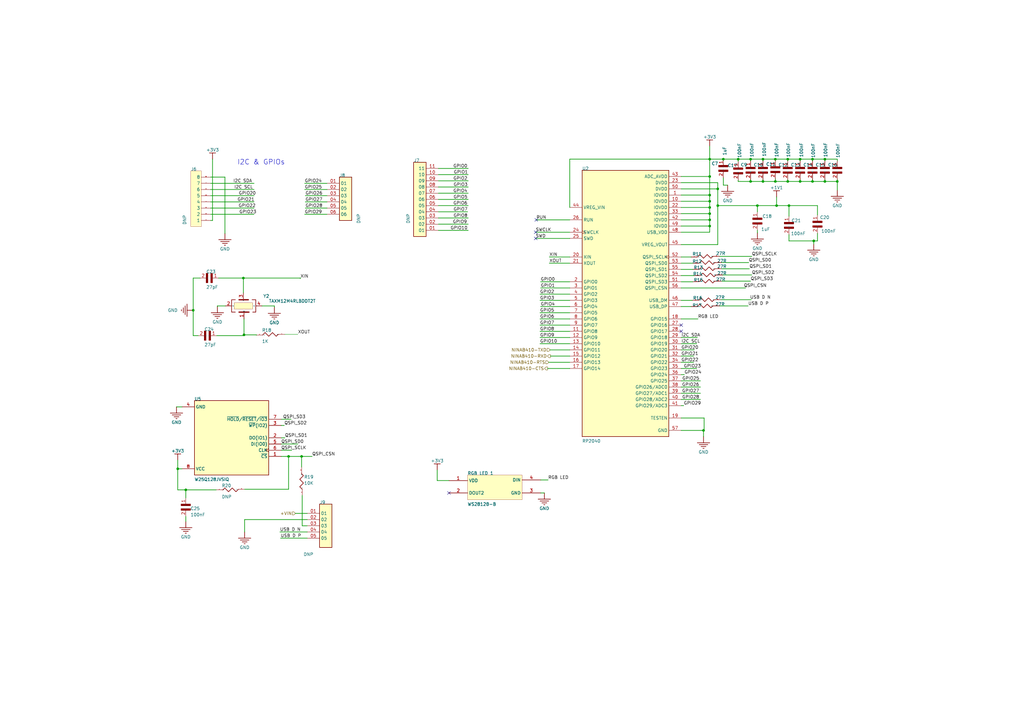
<source format=kicad_sch>
(kicad_sch (version 20230819) (generator eeschema)
  (paper "A3")
  (lib_symbols
    (symbol "RP2040-altium-import:+1V1" (power)
      (property "Reference" "#PWR" (at 0 0 0))
      (property "Value" "+1V1" (at 0 3.81 0))
      (symbol "+1V1_0_0"
        (pin power_in line (at 0 0 0) (length 0) hide (name "+1V1") (number ""))
      )
    )
    (symbol "RP2040-altium-import:+3V3" (power)
      (property "Reference" "#PWR" (at 0 0 0))
      (property "Value" "+3V3" (at 0 3.81 0))
      (symbol "+3V3_0_0"
        (pin power_in line (at 0 0 0) (length 0) hide (name "+3V3") (number ""))
      )
    )
    (symbol "RP2040-altium-import:GND" (power)
      (property "Reference" "#PWR" (at 0 0 0))
      (property "Value" "GND" (at 0 6.35 0))
      (symbol "GND_0_0"
        (pin power_in line (at 0 0 0) (length 0) hide (name "GND") (number ""))
      )
    )
    (symbol "RP2040-altium-import:root_0_1K"
      (symbol "root_0_1K_1_0"
        (pin passive line (at 1.778 4.826 0) (length 2.54) (name "1") (number "1"))
        (pin passive line (at 13.462 5.08 180) (length 2.54) (name "2") (number "2"))
      )
    )
    (symbol "RP2040-altium-import:root_0_90120-0768"
      (symbol "root_0_90120-0768_1_0"
        (pin passive line (at 62.484 30.48 180) (length 3.81) (name "1") (number "1"))
        (pin passive line (at 62.484 33.02 180) (length 3.81) (name "2") (number "2"))
        (pin passive line (at 62.484 35.56 180) (length 3.81) (name "3") (number "3"))
        (pin passive line (at 62.484 38.1 180) (length 3.81) (name "4") (number "4"))
        (pin passive line (at 62.484 40.64 180) (length 3.81) (name "5") (number "5"))
        (pin passive line (at 62.484 43.18 180) (length 3.81) (name "6") (number "6"))
        (pin passive line (at 62.484 45.72 180) (length 3.81) (name "7") (number "7"))
        (pin passive line (at 62.484 48.26 180) (length 3.81) (name "8") (number "8"))
      )
    )
    (symbol "RP2040-altium-import:root_0_C0402C220K4RACTU"
      (symbol "root_0_C0402C220K4RACTU_1_0"
        (pin passive line (at 5.08 0 180) (length 2.54) (name "1") (number "1"))
        (pin passive line (at -2.54 0 0) (length 2.54) (name "2") (number "2"))
      )
    )
    (symbol "RP2040-altium-import:root_0_Crystal_SMD_3225 _12.000MHz"
      (symbol "root_0_Crystal_SMD_3225 _12.000MHz_1_0"
        (pin passive line (at 11.684 1.016 90) (length 2.54) (name "XOUT") (number "1"))
        (pin passive line (at 4.064 6.35 0) (length 2.54) (name "GND") (number "2"))
        (pin passive line (at 11.43 11.684 270) (length 2.54) (name "XIN") (number "3"))
        (pin passive line (at 19.05 6.35 180) (length 2.54) (name "GND") (number "4"))
      )
    )
    (symbol "RP2040-altium-import:root_0_HTSW-106-14-S-S-LL"
      (symbol "root_0_HTSW-106-14-S-S-LL_1_0"
        (pin passive line (at -12.7 7.62 0) (length 5.08) (name "01") (number "01"))
        (pin passive line (at -12.7 5.08 0) (length 5.08) (name "02") (number "02"))
        (pin passive line (at -12.7 2.54 0) (length 5.08) (name "03") (number "03"))
        (pin passive line (at -12.7 0 0) (length 5.08) (name "04") (number "04"))
        (pin passive line (at -12.7 -2.54 0) (length 5.08) (name "05") (number "05"))
        (pin passive line (at -12.7 -5.08 0) (length 5.08) (name "06") (number "06"))
      )
    )
    (symbol "RP2040-altium-import:root_0_RP2040"
      (symbol "root_0_RP2040_1_0"
        (pin power_in line (at 22.86 38.1 180) (length 5.08) (name "IOVDD") (number "1"))
        (pin power_in line (at 22.86 35.56 180) (length 5.08) (name "IOVDD") (number "10"))
        (pin bidirectional line (at -22.86 -17.78 0) (length 5.08) (name "GPIO8") (number "11"))
        (pin bidirectional line (at -22.86 -20.32 0) (length 5.08) (name "GPIO9") (number "12"))
        (pin bidirectional line (at -22.86 -22.86 0) (length 5.08) (name "GPIO10") (number "13"))
        (pin input line (at -22.86 -25.4 0) (length 5.08) (name "GPIO11") (number "14"))
        (pin output line (at -22.86 -27.94 0) (length 5.08) (name "GPIO12") (number "15"))
        (pin input line (at -22.86 -30.48 0) (length 5.08) (name "GPIO13") (number "16"))
        (pin output line (at -22.86 -33.02 0) (length 5.08) (name "GPIO14") (number "17"))
        (pin output line (at 22.86 -12.7 180) (length 5.08) (name "GPIO15") (number "18"))
        (pin passive line (at 22.86 -53.34 180) (length 5.08) (name "TESTEN") (number "19"))
        (pin bidirectional line (at -22.86 2.54 0) (length 5.08) (name "GPIO0") (number "2"))
        (pin input line (at -22.86 12.7 0) (length 5.08) (name "XIN") (number "20"))
        (pin output line (at -22.86 10.16 0) (length 5.08) (name "XOUT") (number "21"))
        (pin power_in line (at 22.86 33.02 180) (length 5.08) (name "IOVDD") (number "22"))
        (pin power_in line (at 22.86 43.18 180) (length 5.08) (name "DVDD") (number "23"))
        (pin input clock (at -22.86 22.86 0) (length 5.08) (name "SWCLK") (number "24"))
        (pin bidirectional line (at -22.86 20.32 0) (length 5.08) (name "SWD") (number "25"))
        (pin input line (at -22.86 27.94 0) (length 5.08) (name "RUN") (number "26"))
        (pin output line (at 22.86 -15.24 180) (length 5.08) (name "GPIO16") (number "27"))
        (pin output line (at 22.86 -17.78 180) (length 5.08) (name "GPIO17") (number "28"))
        (pin bidirectional line (at 22.86 -20.32 180) (length 5.08) (name "GPIO18") (number "29"))
        (pin bidirectional line (at -22.86 0 0) (length 5.08) (name "GPIO1") (number "3"))
        (pin bidirectional line (at 22.86 -22.86 180) (length 5.08) (name "GPIO19") (number "30"))
        (pin bidirectional line (at 22.86 -25.4 180) (length 5.08) (name "GPIO20") (number "31"))
        (pin bidirectional line (at 22.86 -27.94 180) (length 5.08) (name "GPIO21") (number "32"))
        (pin power_in line (at 22.86 30.48 180) (length 5.08) (name "IOVDD") (number "33"))
        (pin bidirectional line (at 22.86 -30.48 180) (length 5.08) (name "GPIO22") (number "34"))
        (pin bidirectional line (at 22.86 -33.02 180) (length 5.08) (name "GPIO23") (number "35"))
        (pin bidirectional line (at 22.86 -35.56 180) (length 5.08) (name "GPIO24") (number "36"))
        (pin bidirectional line (at 22.86 -38.1 180) (length 5.08) (name "GPIO25") (number "37"))
        (pin bidirectional line (at 22.86 -40.64 180) (length 5.08) (name "GPIO26/ADC0") (number "38"))
        (pin bidirectional line (at 22.86 -43.18 180) (length 5.08) (name "GPIO27/ADC1") (number "39"))
        (pin bidirectional line (at -22.86 -2.54 0) (length 5.08) (name "GPIO2") (number "4"))
        (pin bidirectional line (at 22.86 -45.72 180) (length 5.08) (name "GPIO28/ADC2") (number "40"))
        (pin bidirectional line (at 22.86 -48.26 180) (length 5.08) (name "GPIO29/ADC3") (number "41"))
        (pin power_in line (at 22.86 27.94 180) (length 5.08) (name "IOVDD") (number "42"))
        (pin power_in line (at 22.86 45.72 180) (length 5.08) (name "ADC_AVDD") (number "43"))
        (pin input line (at -22.86 33.02 0) (length 5.08) (name "VREG_VIN") (number "44"))
        (pin power_in line (at 22.86 17.78 180) (length 5.08) (name "VREG_VOUT") (number "45"))
        (pin bidirectional line (at 22.86 -5.08 180) (length 5.08) (name "USB_DM") (number "46"))
        (pin bidirectional line (at 22.86 -7.62 180) (length 5.08) (name "USB_DP") (number "47"))
        (pin power_in line (at 22.86 22.86 180) (length 5.08) (name "USB_VDD") (number "48"))
        (pin power_in line (at 22.86 25.4 180) (length 5.08) (name "IOVDD") (number "49"))
        (pin bidirectional line (at -22.86 -5.08 0) (length 5.08) (name "GPIO3") (number "5"))
        (pin power_in line (at 22.86 40.64 180) (length 5.08) (name "DVDD") (number "50"))
        (pin bidirectional line (at 22.86 2.54 180) (length 5.08) (name "QSPI_SD3") (number "51"))
        (pin bidirectional clock (at 22.86 12.7 180) (length 5.08) (name "QSPI_SCLK") (number "52"))
        (pin bidirectional line (at 22.86 10.16 180) (length 5.08) (name "QSPI_SD0") (number "53"))
        (pin bidirectional line (at 22.86 5.08 180) (length 5.08) (name "QSPI_SD2") (number "54"))
        (pin bidirectional line (at 22.86 7.62 180) (length 5.08) (name "QSPI_SD1") (number "55"))
        (pin bidirectional line (at 22.86 0 180) (length 5.08) (name "QSPI_CSN") (number "56"))
        (pin passive line (at 22.86 -58.42 180) (length 5.08) (name "GND") (number "57"))
        (pin bidirectional line (at -22.86 -7.62 0) (length 5.08) (name "GPIO4") (number "6"))
        (pin bidirectional line (at -22.86 -10.16 0) (length 5.08) (name "GPIO5") (number "7"))
        (pin bidirectional line (at -22.86 -12.7 0) (length 5.08) (name "GPIO6") (number "8"))
        (pin bidirectional line (at -22.86 -15.24 0) (length 5.08) (name "GPIO7") (number "9"))
      )
    )
    (symbol "RP2040-altium-import:root_0_TSM-105-02-T-SV"
      (symbol "root_0_TSM-105-02-T-SV_1_0"
        (pin passive line (at -10.16 5.08 0) (length 5.08) (name "01") (number "01"))
        (pin passive line (at -10.16 2.54 0) (length 5.08) (name "02") (number "02"))
        (pin passive line (at -10.16 0 0) (length 5.08) (name "03") (number "03"))
        (pin passive line (at -10.16 -2.54 0) (length 5.08) (name "04") (number "04"))
        (pin passive line (at -10.16 -5.08 0) (length 5.08) (name "05") (number "05"))
      )
    )
    (symbol "RP2040-altium-import:root_0_WS28128-B"
      (symbol "root_0_WS28128-B_1_0"
        (pin passive line (at 5.08 11.43 0) (length 7.62) (name "VDD") (number "1"))
        (pin output line (at 5.08 6.35 0) (length 7.62) (name "DOUT2") (number "2"))
        (pin passive line (at 42.672 6.35 180) (length 7.62) (name "GND") (number "3"))
        (pin input line (at 42.672 11.684 180) (length 7.62) (name "DIN") (number "4"))
      )
    )
    (symbol "RP2040-altium-import:root_1_1K"
      (symbol "root_1_1K_1_0"
        (pin passive line (at -4.826 1.778 90) (length 2.54) (name "1") (number "1"))
        (pin passive line (at -5.08 13.462 270) (length 2.54) (name "2") (number "2"))
      )
    )
    (symbol "RP2040-altium-import:root_1_C0402C220K4RACTU"
      (symbol "root_1_C0402C220K4RACTU_1_0"
        (pin passive line (at 0 5.08 270) (length 2.54) (name "1") (number "1"))
        (pin passive line (at 0 -2.54 90) (length 2.54) (name "2") (number "2"))
      )
    )
    (symbol "RP2040-altium-import:root_2_1K"
      (symbol "root_2_1K_1_0"
        (pin passive line (at -1.778 -4.826 180) (length 2.54) (name "1") (number "1"))
        (pin passive line (at -13.462 -5.08 0) (length 2.54) (name "2") (number "2"))
      )
    )
    (symbol "RP2040-altium-import:root_2_MTLW-111-08-G-S-355"
      (symbol "root_2_MTLW-111-08-G-S-355_1_0"
        (pin passive line (at 12.7 -12.7 180) (length 5.08) (name "01") (number "01"))
        (pin passive line (at 12.7 -10.16 180) (length 5.08) (name "02") (number "02"))
        (pin passive line (at 12.7 -7.62 180) (length 5.08) (name "03") (number "03"))
        (pin passive line (at 12.7 -5.08 180) (length 5.08) (name "04") (number "04"))
        (pin passive line (at 12.7 -2.54 180) (length 5.08) (name "05") (number "05"))
        (pin passive line (at 12.7 0 180) (length 5.08) (name "06") (number "06"))
        (pin passive line (at 12.7 2.54 180) (length 5.08) (name "07") (number "07"))
        (pin passive line (at 12.7 5.08 180) (length 5.08) (name "08") (number "08"))
        (pin passive line (at 12.7 7.62 180) (length 5.08) (name "09") (number "09"))
        (pin passive line (at 12.7 10.16 180) (length 5.08) (name "10") (number "10"))
        (pin passive line (at 12.7 12.7 180) (length 5.08) (name "11") (number "11"))
      )
    )
    (symbol "RP2040-altium-import:root_2_W25Q128JVSIM_TR"
      (symbol "root_2_W25Q128JVSIM_TR_1_0"
        (pin input line (at 20.32 -7.62 180) (length 5.08) (name "~{CS~{}}") (number "1"))
        (pin bidirectional line (at 20.32 0 180) (length 5.08) (name "DO(IO1)") (number "2"))
        (pin bidirectional line (at 20.32 5.08 180) (length 5.08) (name "~{WP~{}}(IO2)") (number "3"))
        (pin passive line (at -20.32 12.7 0) (length 5.08) (name "GND") (number "4"))
        (pin bidirectional line (at 20.32 -2.54 180) (length 5.08) (name "DI(IO0)") (number "5"))
        (pin input clock (at 20.32 -5.08 180) (length 5.08) (name "CLK") (number "6"))
        (pin bidirectional line (at 20.32 7.62 180) (length 5.08) (name "~{HOLD~{}}/~{RESET}/~{IO3}") (number "7"))
        (pin power_in line (at -20.32 -12.7 0) (length 5.08) (name "VCC") (number "8"))
      )
    )
  )
  (junction (at 294.386 77.47))
  (junction (at 307.848 65.278))
  (junction (at 307.848 74.422))
  (junction (at 312.928 74.422))
  (junction (at 338.328 74.422))
  (junction (at 123.698 187.198))
  (junction (at 72.898 192.278))
  (junction (at 318.008 65.278))
  (junction (at 291.084 80.01))
  (junction (at 291.084 65.278))
  (junction (at 310.642 84.328))
  (junction (at 333.248 74.422))
  (junction (at 79.248 127.254))
  (junction (at 291.084 87.63))
  (junction (at 76.2 200.914))
  (junction (at 291.084 90.17))
  (junction (at 328.168 74.422))
  (junction (at 318.008 74.422))
  (junction (at 323.088 74.422))
  (junction (at 333.756 98.806))
  (junction (at 323.596 84.328))
  (junction (at 291.084 72.39))
  (junction (at 99.822 114.046))
  (junction (at 343.408 74.422))
  (junction (at 296.672 65.278))
  (junction (at 318.516 84.328))
  (junction (at 118.364 187.198))
  (junction (at 100.076 137.3339))
  (junction (at 291.084 82.55))
  (junction (at 294.386 84.328))
  (junction (at 291.084 92.71))
  (junction (at 312.928 65.278))
  (junction (at 338.328 65.278))
  (junction (at 323.088 65.278))
  (junction (at 333.248 65.278))
  (junction (at 288.544 176.53))
  (junction (at 328.168 65.278))
  (junction (at 302.768 65.278))
  (junction (at 291.084 85.09))
  (no_connect (at 184.15 202.184))
  (no_connect (at 219.964 90.17))
  (no_connect (at 279.4 135.89))
  (no_connect (at 219.71 95.25))
  (no_connect (at 219.71 97.79))
  (no_connect (at 279.4 133.35))
  (wire (pts (xy 279.4 87.63) (xy 291.084 87.63)) (stroke (width 0.254)))
  (wire (pts (xy 104.19 85.344) (xy 86.41 85.344)) (stroke (width 0.254)))
  (wire (pts (xy 279.4 90.17) (xy 291.084 90.17)) (stroke (width 0.254)))
  (wire (pts (xy 307.848 74.422) (xy 307.848 73.66)) (stroke (width 0.254)))
  (wire (pts (xy 79.248 114.046) (xy 79.248 127.254)) (stroke (width 0.254)))
  (wire (pts (xy 280.67 153.67) (xy 279.4 153.67)) (stroke (width 0.254)))
  (wire (pts (xy 279.4 110.49) (xy 284.226 110.49)) (stroke (width 0.254)))
  (wire (pts (xy 82.042 114.046) (xy 79.248 114.046)) (stroke (width 0.254)))
  (wire (pts (xy 179.832 86.868) (xy 191.77 86.868)) (stroke (width 0.254)))
  (wire (pts (xy 179.324 197.104) (xy 184.15 197.104)) (stroke (width 0.254)))
  (wire (pts (xy 288.544 176.53) (xy 288.798 176.53)) (stroke (width 0.254)))
  (wire (pts (xy 333.756 98.806) (xy 335.28 98.806)) (stroke (width 0.254)))
  (wire (pts (xy 307.848 66.04) (xy 307.848 65.278)) (stroke (width 0.254)))
  (wire (pts (xy 221.488 120.65) (xy 233.68 120.65)) (stroke (width 0.254)))
  (wire (pts (xy 288.544 179.07) (xy 288.544 176.53)) (stroke (width 0.254)))
  (wire (pts (xy 333.248 74.422) (xy 338.328 74.422)) (stroke (width 0.254)))
  (wire (pts (xy 302.768 74.422) (xy 307.848 74.422)) (stroke (width 0.254)))
  (wire (pts (xy 323.596 88.646) (xy 323.596 84.328)) (stroke (width 0.254)))
  (wire (pts (xy 291.084 80.01) (xy 291.084 72.39)) (stroke (width 0.254)))
  (wire (pts (xy 221.742 118.11) (xy 233.68 118.11)) (stroke (width 0.254)))
  (wire (pts (xy 307.848 74.422) (xy 312.928 74.422)) (stroke (width 0.254)))
  (wire (pts (xy 333.248 65.278) (xy 328.168 65.278)) (stroke (width 0.254)))
  (wire (pts (xy 328.168 74.422) (xy 323.088 74.422)) (stroke (width 0.254)))
  (wire (pts (xy 305.816 118.11) (xy 279.4 118.11)) (stroke (width 0.254)))
  (wire (pts (xy 335.28 98.806) (xy 335.28 95.758)) (stroke (width 0.254)))
  (wire (pts (xy 72.898 192.278) (xy 74.676 192.278)) (stroke (width 0.254)))
  (wire (pts (xy 323.596 98.806) (xy 323.596 96.266)) (stroke (width 0.254)))
  (wire (pts (xy 288.798 171.45) (xy 279.4 171.45)) (stroke (width 0.254)))
  (wire (pts (xy 104.19 82.804) (xy 86.41 82.804)) (stroke (width 0.254)))
  (wire (pts (xy 221.742 125.73) (xy 233.68 125.73)) (stroke (width 0.254)))
  (wire (pts (xy 99.822 114.046) (xy 99.822 120.142)) (stroke (width 0.254)))
  (wire (pts (xy 221.488 133.35) (xy 233.68 133.35)) (stroke (width 0.254)))
  (wire (pts (xy 179.832 71.628) (xy 192.024 71.628)) (stroke (width 0.254)))
  (wire (pts (xy 279.4 125.73) (xy 283.464 125.73)) (stroke (width 0.254)))
  (wire (pts (xy 116.84 137.16) (xy 122.174 137.16)))
  (wire (pts (xy 221.742 115.57) (xy 233.68 115.57)) (stroke (width 0.254)))
  (wire (pts (xy 87.172 65.278) (xy 87.172 90.424)) (stroke (width 0.254)))
  (wire (pts (xy 294.386 74.93) (xy 294.386 77.47)) (stroke (width 0.254)))
  (wire (pts (xy 116.586 174.498) (xy 115.316 174.498)) (stroke (width 0.254)))
  (wire (pts (xy 233.68 65.278) (xy 291.084 65.278)) (stroke (width 0.254)))
  (wire (pts (xy 333.248 65.278) (xy 338.328 65.278)) (stroke (width 0.254)))
  (wire (pts (xy 221.488 128.27) (xy 233.68 128.27)) (stroke (width 0.254)))
  (wire (pts (xy 296.672 72.898) (xy 296.672 75.946)) (stroke (width 0.254)))
  (wire (pts (xy 286.258 130.81) (xy 279.4 130.81)) (stroke (width 0.254)))
  (wire (pts (xy 291.084 95.25) (xy 291.084 92.71)) (stroke (width 0.254)))
  (wire (pts (xy 291.084 87.63) (xy 291.084 85.09)) (stroke (width 0.254)))
  (wire (pts (xy 287.274 158.75) (xy 279.4 158.75)) (stroke (width 0.254)))
  (wire (pts (xy 76.2 204.216) (xy 76.2 200.914)) (stroke (width 0.254)))
  (wire (pts (xy 124.968 75.184) (xy 134.112 75.184)) (stroke (width 0.254)))
  (wire (pts (xy 318.008 74.422) (xy 318.008 73.406)) (stroke (width 0.254)))
  (wire (pts (xy 125.984 215.646) (xy 123.952 215.646)) (stroke (width 0.254)))
  (wire (pts (xy 112.522 125.984) (xy 112.522 125.476)) (stroke (width 0.254)))
  (wire (pts (xy 307.34 110.236) (xy 295.91 110.236)) (stroke (width 0.254)))
  (wire (pts (xy 312.928 74.422) (xy 318.008 74.422)) (stroke (width 0.254)))
  (wire (pts (xy 221.488 130.81) (xy 233.68 130.81)) (stroke (width 0.254)))
  (wire (pts (xy 233.68 97.79) (xy 219.71 97.79)) (stroke (width 0.254)))
  (wire (pts (xy 221.488 123.19) (xy 233.68 123.19)) (stroke (width 0.254)))
  (wire (pts (xy 115.062 220.726) (xy 125.984 220.726)) (stroke (width 0.254)))
  (wire (pts (xy 343.408 74.422) (xy 338.328 74.422)) (stroke (width 0.254)))
  (wire (pts (xy 287.274 156.21) (xy 279.4 156.21)) (stroke (width 0.254)))
  (wire (pts (xy 328.168 65.278) (xy 328.168 66.04)) (stroke (width 0.254)))
  (wire (pts (xy 123.952 215.646) (xy 123.952 203.2)) (stroke (width 0.254)))
  (wire (pts (xy 318.516 84.328) (xy 310.642 84.328)) (stroke (width 0.254)))
  (wire (pts (xy 312.928 74.422) (xy 312.928 73.66)) (stroke (width 0.254)))
  (wire (pts (xy 343.408 65.278) (xy 343.408 66.04)) (stroke (width 0.254)))
  (wire (pts (xy 179.324 192.786) (xy 179.324 197.104)) (stroke (width 0.254)))
  (wire (pts (xy 318.516 80.772) (xy 318.516 84.328)) (stroke (width 0.254)))
  (wire (pts (xy 122.174 182.118) (xy 115.316 182.118)) (stroke (width 0.254)))
  (wire (pts (xy 333.756 98.806) (xy 333.756 100.076)) (stroke (width 0.254)))
  (wire (pts (xy 308.356 112.776) (xy 296.418 112.776)) (stroke (width 0.254)))
  (wire (pts (xy 233.68 143.51) (xy 225.643 143.51)) (stroke (width 0.254)))
  (wire (pts (xy 291.084 92.71) (xy 291.084 90.17)) (stroke (width 0.254)))
  (wire (pts (xy 338.328 66.04) (xy 338.328 65.278)) (stroke (width 0.254)))
  (wire (pts (xy 224.79 196.85) (xy 221.742 196.85)) (stroke (width 0.254)))
  (wire (pts (xy 312.928 66.04) (xy 312.928 65.278)) (stroke (width 0.254)))
  (wire (pts (xy 92.252 72.644) (xy 92.252 95.758)) (stroke (width 0.254)))
  (wire (pts (xy 284.48 146.05) (xy 279.4 146.05)) (stroke (width 0.254)))
  (wire (pts (xy 179.832 79.248) (xy 192.024 79.248)) (stroke (width 0.254)))
  (wire (pts (xy 76.2 200.914) (xy 88.646 200.914)) (stroke (width 0.254)))
  (wire (pts (xy 333.756 98.806) (xy 323.596 98.806)) (stroke (width 0.254)))
  (wire (pts (xy 104.19 75.184) (xy 86.41 75.184)) (stroke (width 0.254)))
  (wire (pts (xy 115.316 187.198) (xy 118.364 187.198)) (stroke (width 0.254)))
  (wire (pts (xy 291.084 82.55) (xy 291.084 80.01)) (stroke (width 0.254)))
  (wire (pts (xy 179.832 89.408) (xy 192.024 89.408)) (stroke (width 0.254)))
  (wire (pts (xy 123.19 114.046) (xy 123.19 114.3)) (stroke (width 0.254)))
  (wire (pts (xy 179.832 81.788) (xy 192.024 81.788)) (stroke (width 0.254)))
  (wire (pts (xy 286.004 138.43) (xy 279.4 138.43)) (stroke (width 0.254)))
  (wire (pts (xy 112.522 125.476) (xy 107.442 125.476)) (stroke (width 0.254)))
  (wire (pts (xy 72.898 188.722) (xy 72.898 192.278)) (stroke (width 0.254)))
  (wire (pts (xy 291.084 90.17) (xy 291.084 87.63)) (stroke (width 0.254)))
  (wire (pts (xy 284.48 148.59) (xy 279.4 148.59)) (stroke (width 0.254)))
  (wire (pts (xy 323.596 84.328) (xy 335.28 84.328)) (stroke (width 0.254)))
  (wire (pts (xy 179.832 94.488) (xy 192.024 94.488)) (stroke (width 0.254)))
  (wire (pts (xy 118.364 200.66) (xy 100.33 200.66)) (stroke (width 0.254)))
  (wire (pts (xy 219.964 90.17) (xy 233.68 90.17)) (stroke (width 0.254)))
  (wire (pts (xy 343.408 74.422) (xy 343.408 73.66)) (stroke (width 0.254)))
  (wire (pts (xy 294.386 77.47) (xy 279.4 77.47)) (stroke (width 0.254)))
  (wire (pts (xy 287.274 163.83) (xy 279.4 163.83)) (stroke (width 0.254)))
  (wire (pts (xy 104.19 77.724) (xy 86.41 77.724)) (stroke (width 0.254)))
  (wire (pts (xy 306.832 125.476) (xy 295.148 125.476)) (stroke (width 0.254)))
  (wire (pts (xy 179.832 84.328) (xy 192.024 84.328)) (stroke (width 0.254)))
  (wire (pts (xy 279.4 74.93) (xy 294.386 74.93)) (stroke (width 0.254)))
  (wire (pts (xy 308.356 105.156) (xy 295.148 105.156)) (stroke (width 0.254)))
  (wire (pts (xy 100.076 137.3339) (xy 100.076 137.668)) (stroke (width 0.254)))
  (wire (pts (xy 310.642 86.868) (xy 310.642 84.328)) (stroke (width 0.254)))
  (wire (pts (xy 74.676 166.878) (xy 72.39 166.878)) (stroke (width 0.254)))
  (wire (pts (xy 296.672 75.946) (xy 298.45 75.946)) (stroke (width 0.254)))
  (wire (pts (xy 338.328 74.422) (xy 338.328 73.66)) (stroke (width 0.254)))
  (wire (pts (xy 279.4 72.39) (xy 291.084 72.39)) (stroke (width 0.254)))
  (wire (pts (xy 318.516 84.328) (xy 323.596 84.328)) (stroke (width 0.254)))
  (wire (pts (xy 225.298 105.41) (xy 233.68 105.41)) (stroke (width 0.254)))
  (wire (pts (xy 179.832 91.948) (xy 192.024 91.948)) (stroke (width 0.254)))
  (wire (pts (xy 285.75 151.13) (xy 279.4 151.13)) (stroke (width 0.254)))
  (wire (pts (xy 323.088 65.278) (xy 328.168 65.278)) (stroke (width 0.254)))
  (wire (pts (xy 279.4 107.95) (xy 284.226 107.95)) (stroke (width 0.254)))
  (wire (pts (xy 295.656 122.936) (xy 308.102 122.936)) (stroke (width 0.254)))
  (wire (pts (xy 291.084 85.09) (xy 279.4 85.09)) (stroke (width 0.254)))
  (wire (pts (xy 114.808 218.186) (xy 125.984 218.186)) (stroke (width 0.254)))
  (wire (pts (xy 92.456 125.476) (xy 89.154 125.476)) (stroke (width 0.254)))
  (wire (pts (xy 294.386 84.328) (xy 294.386 77.47)) (stroke (width 0.254)))
  (wire (pts (xy 328.168 74.422) (xy 328.168 73.66)) (stroke (width 0.254)))
  (wire (pts (xy 279.4 123.19) (xy 283.972 123.19)) (stroke (width 0.254)))
  (wire (pts (xy 302.768 73.914) (xy 302.768 74.422)) (stroke (width 0.254)))
  (wire (pts (xy 121.158 210.566) (xy 125.984 210.566)) (stroke (width 0.254)))
  (wire (pts (xy 302.768 65.278) (xy 302.768 66.294)) (stroke (width 0.254)))
  (wire (pts (xy 179.832 74.168) (xy 192.024 74.168)) (stroke (width 0.254)))
  (wire (pts (xy 307.848 115.316) (xy 295.91 115.316)) (stroke (width 0.254)))
  (wire (pts (xy 225.298 107.95) (xy 233.68 107.95)) (stroke (width 0.254)))
  (wire (pts (xy 100.076 130.81) (xy 100.076 137.3339)) (stroke (width 0.254)))
  (wire (pts (xy 123.698 187.198) (xy 128.016 187.198)) (stroke (width 0.254)))
  (wire (pts (xy 124.968 87.884) (xy 134.112 87.884)) (stroke (width 0.254)))
  (wire (pts (xy 328.168 74.422) (xy 333.248 74.422)) (stroke (width 0.254)))
  (wire (pts (xy 279.4 115.57) (xy 284.226 115.57)) (stroke (width 0.254)))
  (wire (pts (xy 105.156 137.3339) (xy 105.156 137.414)) (stroke (width 0.254)))
  (wire (pts (xy 179.832 76.708) (xy 192.024 76.708)) (stroke (width 0.254)))
  (wire (pts (xy 81.28 137.668) (xy 79.248 137.668)) (stroke (width 0.254)))
  (wire (pts (xy 279.4 105.41) (xy 283.464 105.41)) (stroke (width 0.254)))
  (wire (pts (xy 279.4 113.03) (xy 284.734 113.03)) (stroke (width 0.254)))
  (wire (pts (xy 125.222 80.264) (xy 134.112 80.264)) (stroke (width 0.254)))
  (wire (pts (xy 86.41 72.644) (xy 92.252 72.644)) (stroke (width 0.254)))
  (wire (pts (xy 291.084 80.01) (xy 279.4 80.01)) (stroke (width 0.254)))
  (wire (pts (xy 288.798 176.53) (xy 288.798 171.45)) (stroke (width 0.254)))
  (wire (pts (xy 279.4 176.53) (xy 288.544 176.53)) (stroke (width 0.254)))
  (wire (pts (xy 123.698 191.516) (xy 123.698 187.198)) (stroke (width 0.254)))
  (wire (pts (xy 72.898 200.914) (xy 72.898 192.278)) (stroke (width 0.254)))
  (wire (pts (xy 307.848 65.278) (xy 312.928 65.278)) (stroke (width 0.254)))
  (wire (pts (xy 291.084 65.278) (xy 296.672 65.278)) (stroke (width 0.254)))
  (wire (pts (xy 333.248 74.422) (xy 333.248 73.66)) (stroke (width 0.254)))
  (wire (pts (xy 233.68 95.25) (xy 219.71 95.25)) (stroke (width 0.254)))
  (wire (pts (xy 307.848 65.278) (xy 302.768 65.278)) (stroke (width 0.254)))
  (wire (pts (xy 310.642 84.328) (xy 294.386 84.328)) (stroke (width 0.254)))
  (wire (pts (xy 223.266 202.184) (xy 221.742 202.184)) (stroke (width 0.254)))
  (wire (pts (xy 280.416 166.37) (xy 279.4 166.37)) (stroke (width 0.254)))
  (wire (pts (xy 104.19 80.264) (xy 86.41 80.264)) (stroke (width 0.254)))
  (wire (pts (xy 88.9 137.668) (xy 100.076 137.668)) (stroke (width 0.254)))
  (wire (pts (xy 291.084 72.39) (xy 291.084 65.278)) (stroke (width 0.254)))
  (wire (pts (xy 115.316 179.578) (xy 116.84 179.578)) (stroke (width 0.254)))
  (wire (pts (xy 291.084 82.55) (xy 279.4 82.55)) (stroke (width 0.254)))
  (wire (pts (xy 291.084 85.09) (xy 291.084 82.55)) (stroke (width 0.254)))
  (wire (pts (xy 233.68 146.05) (xy 225.772 146.05)) (stroke (width 0.254)))
  (wire (pts (xy 323.088 66.04) (xy 323.088 65.278)) (stroke (width 0.254)))
  (wire (pts (xy 312.928 65.278) (xy 318.008 65.278)) (stroke (width 0.254)))
  (wire (pts (xy 125.222 82.804) (xy 134.112 82.804)) (stroke (width 0.254)))
  (wire (pts (xy 294.386 100.33) (xy 294.386 84.328)) (stroke (width 0.254)))
  (wire (pts (xy 287.274 161.29) (xy 279.4 161.29)) (stroke (width 0.254)))
  (wire (pts (xy 318.008 65.278) (xy 323.088 65.278)) (stroke (width 0.254)))
  (wire (pts (xy 100.076 137.3339) (xy 105.156 137.3339)) (stroke (width 0.254)))
  (wire (pts (xy 87.172 90.424) (xy 86.41 90.424)) (stroke (width 0.254)))
  (wire (pts (xy 79.248 137.668) (xy 79.248 127.254)) (stroke (width 0.254)))
  (wire (pts (xy 318.008 65.786) (xy 318.008 65.278)) (stroke (width 0.254)))
  (wire (pts (xy 119.38 171.958) (xy 115.316 171.958)) (stroke (width 0.254)))
  (wire (pts (xy 318.008 74.422) (xy 323.088 74.422)) (stroke (width 0.254)))
  (wire (pts (xy 279.4 95.25) (xy 291.084 95.25)) (stroke (width 0.254)))
  (wire (pts (xy 221.488 138.43) (xy 233.68 138.43)) (stroke (width 0.254)))
  (wire (pts (xy 284.734 143.51) (xy 279.4 143.51)) (stroke (width 0.254)))
  (wire (pts (xy 221.488 140.97) (xy 233.68 140.97)) (stroke (width 0.254)))
  (wire (pts (xy 285.75 140.97) (xy 279.4 140.97)) (stroke (width 0.254)))
  (wire (pts (xy 100.33 213.106) (xy 100.33 218.186)) (stroke (width 0.254)))
  (wire (pts (xy 179.832 69.088) (xy 192.024 69.088)) (stroke (width 0.254)))
  (wire (pts (xy 99.822 114.046) (xy 123.19 114.046)) (stroke (width 0.254)))
  (wire (pts (xy 291.084 65.278) (xy 291.084 59.944)) (stroke (width 0.254)))
  (wire (pts (xy 221.488 135.89) (xy 233.68 135.89)) (stroke (width 0.254)))
  (wire (pts (xy 125.222 85.344) (xy 134.112 85.344)) (stroke (width 0.254)))
  (wire (pts (xy 104.19 87.884) (xy 86.41 87.884)) (stroke (width 0.254)))
  (wire (pts (xy 279.4 100.33) (xy 294.386 100.33)) (stroke (width 0.254)))
  (wire (pts (xy 338.328 65.278) (xy 343.408 65.278)) (stroke (width 0.254)))
  (wire (pts (xy 335.28 84.328) (xy 335.28 88.138)) (stroke (width 0.254)))
  (wire (pts (xy 118.364 187.198) (xy 118.364 200.66)) (stroke (width 0.254)))
  (wire (pts (xy 124.968 77.724) (xy 134.112 77.724)) (stroke (width 0.254)))
  (wire (pts (xy 307.086 107.696) (xy 295.91 107.696)) (stroke (width 0.254)))
  (wire (pts (xy 333.248 66.04) (xy 333.248 65.278)) (stroke (width 0.254)))
  (wire (pts (xy 89.662 114.046) (xy 99.822 114.046)) (stroke (width 0.254)))
  (wire (pts (xy 125.984 213.106) (xy 100.33 213.106)) (stroke (width 0.254)))
  (wire (pts (xy 119.634 184.658) (xy 115.316 184.658)) (stroke (width 0.254)))
  (wire (pts (xy 279.4 92.71) (xy 291.084 92.71)) (stroke (width 0.254)))
  (wire (pts (xy 89.154 125.476) (xy 89.154 125.73)) (stroke (width 0.254)))
  (wire (pts (xy 118.364 187.198) (xy 123.698 187.198)) (stroke (width 0.254)))
  (wire (pts (xy 310.642 95.504) (xy 310.642 94.488)) (stroke (width 0.254)))
  (wire (pts (xy 296.672 65.278) (xy 302.768 65.278)) (stroke (width 0.254)))
  (wire (pts (xy 233.68 85.09) (xy 233.68 65.278)) (stroke (width 0.254)))
  (wire (pts (xy 76.2 211.836) (xy 76.2 213.868)) (stroke (width 0.254)))
  (wire (pts (xy 343.408 77.978) (xy 343.408 74.422)) (stroke (width 0.254)))
  (wire (pts (xy 76.2 200.914) (xy 72.898 200.914)) (stroke (width 0.254)))
  (wire (pts (xy 233.68 148.59) (xy 225.1 148.59)) (stroke (width 0.254)))
  (wire (pts (xy 224.592 151.13) (xy 233.68 151.13)) (stroke (width 0.254)))
  (wire (pts (xy 323.088 74.422) (xy 323.088 73.66)) (stroke (width 0.254)))
  (text "I2C & GPIOs" (at 97.332 67.818 0) (effects (font (size 2.032 2.032)) (justify left bottom)))
  (label "GPIO4" (at 221.742 125.73 0))
  (label "GPIO29" (at 124.968 87.884 0))
  (label "USB D P" (at 115.062 220.726 0))
  (label "GPIO8" (at 221.488 135.89 0))
  (label "I2C SCL" (at 279.4 140.97 0))
  (label "GPIO0" (at 221.742 115.57 0))
  (label "GPIO24" (at 280.67 153.67 0))
  (label "QSPI_SD1" (at 307.34 110.236 0))
  (label "XIN" (at 123.19 114.3 0))
  (label "SWD" (at 219.71 97.79 0))
  (label "RGB LED" (at 286.258 130.81 0))
  (label "GPIO0" (at 185.861 69.088 0))
  (label "RUN" (at 219.964 90.17 0))
  (label "SWCLK" (at 219.71 95.25 0))
  (label "QSPI_SCLK" (at 115.316 184.658 0))
  (label "GPIO5" (at 185.93 81.788 0))
  (label "GPIO2" (at 221.488 120.65 0))
  (label "GPIO26" (at 125.222 80.264 0))
  (label "QSPI_SD0" (at 115.316 182.118 0))
  (label "GPIO24" (at 124.968 75.184 0))
  (label "GPIO7" (at 185.928 86.868 0))
  (label "GPIO27" (at 125.222 82.804 0))
  (label "I2C SDA" (at 279.4 138.43 0))
  (label "GPIO3" (at 221.488 123.19 0))
  (label "USB D P" (at 306.832 125.476 0))
  (label "RGB LED" (at 224.79 196.85 0))
  (label "GPIO3" (at 185.969 76.708 0))
  (label "GPIO23" (at 280.416 151.13 0))
  (label "GPIO9" (at 185.674 91.948 0))
  (label "GPIO21" (at 97.332 82.804 0))
  (label "GPIO1" (at 186.059 71.628 0))
  (label "GPIO25" (at 124.968 77.724 0))
  (label "XOUT" (at 225.298 107.95 0))
  (label "I2C SDA" (at 95.614 75.184 0))
  (label "GPIO25" (at 279.779 156.21 0))
  (label "USB D N" (at 114.808 218.186 0))
  (label "QSPI_SD1" (at 116.84 179.578 0))
  (label "QSPI_SD2" (at 116.586 174.498 0))
  (label "GPIO2" (at 185.874 74.168 0))
  (label "" (at 78.994 122.936 0))
  (label "GPIO28" (at 279.76 163.83 0))
  (label "GPIO1" (at 221.742 118.11 0))
  (label "GPIO20" (at 97.882 80.264 0))
  (label "GPIO23" (at 98.094 87.884 0))
  (label "GPIO29" (at 280.416 166.37 0))
  (label "XIN" (at 225.298 105.41 0))
  (label "GPIO6" (at 221.488 130.81 0))
  (label "QSPI_SD0" (at 307.086 107.696 0))
  (label "GPIO10" (at 184.714 94.488 0))
  (label "GPIO6" (at 185.868 84.328 0))
  (label "XOUT" (at 122.174 137.16 0))
  (label "GPIO20" (at 279.4 143.51 0))
  (label "USB D N" (at 307.594 122.936 0))
  (label "I2C SCL" (at 96.019 77.724 0))
  (label "GPIO22" (at 97.79 85.344 0))
  (label "QSPI_SD2" (at 308.356 112.776 0))
  (label "GPIO7" (at 221.488 133.35 0))
  (label "GPIO21" (at 279.4 146.05 0))
  (label "GPIO28" (at 125.222 85.344 0))
  (label "GPIO4" (at 185.859 79.248 0))
  (label "GPIO22" (at 279.4 148.59 0))
  (label "GPIO10" (at 221.488 140.97 0))
  (label "GPIO26" (at 279.717 158.75 0))
  (label "GPIO5" (at 221.488 128.27 0))
  (label "" (at 121.158 210.566 0))
  (label "GPIO8" (at 185.928 89.408 0))
  (label "QSPI_CSN" (at 128.016 187.198 0))
  (label "QSPI_SD3" (at 116.078 171.958 0))
  (label "GPIO27" (at 279.73 161.29 0))
  (label "GPIO9" (at 221.488 138.43 0))
  (label "QSPI_CSN" (at 305.054 118.11 0))
  (label "QSPI_SD3" (at 307.848 115.316 0))
  (label "QSPI_SCLK" (at 308.356 105.156 0))
  (hierarchical_label "NINAB410-RXD" (shape output) (at 225.772 146.05 180))
  (hierarchical_label "NINAB410-RTS" (shape input) (at 225.1 148.59 180))
  (hierarchical_label "NINAB410-CTS" (shape output) (at 224.592 151.13 180))
  (hierarchical_label "+VIN" (shape input) (at 121.158 210.566 180))
  (hierarchical_label "NINAB410-TXD" (shape input) (at 225.643 143.51 180))
  (symbol (lib_id "RP2040-altium-import:GND") (at 333.756 100.076 0) (unit 1)
    (property "Reference" "#PWR?" (effects hide))
    (property "Value" "GND" (at 333.756 106.426 0))
    (instances (project "RP2040" (path "" (reference "#PWR?") (unit 1))) (project "Bluetooth_Anchor_Kicad" (path "" (reference "#PWR0114") (unit 1))))
  )
  (symbol (lib_id "RP2040-altium-import:root_0_RP2040") (at 256.54 118.11 0) (unit 1)
    (property "Reference" "U2" (at 238.76 69.85 0) (effects (justify left bottom)))
    (property "Value" "RP2040" (at 238.76 181.61 0) (effects (justify left bottom)))
    (property "Footprint" "QFN40P700X700X90-57N" (effects hide))
    (property "CHECK_PRICES" "https://www.snapeda.com/parts/RP2040/Raspberry+Pi/view-part/?ref=eda" (effects hide))
    (property "ALTIUM_VALUE" "*" (effects hide))
    (property "AVAILABILITY" "In Stock" (effects hide))
    (property "MP" "RP2040" (effects hide))
    (property "PRICE" "None" (effects hide))
    (property "PACKAGE" "None" (effects hide))
    (property "SNAPEDA_LINK" "https://www.snapeda.com/parts/RP2040/Raspberry+Pi/view-part/?ref=snap" (effects hide))
    (property "PURCHASE-URL" "https://pricing.snapeda.com/search/part/RP2040/?ref=eda" (effects hide))
    (property "MF" "Raspberry Pi" (effects hide))
  )
  (symbol (lib_id "RP2040-altium-import:root_0_1K") (at 281.686 110.236 0) (unit 1)
    (property "Reference" "R11" (at 283.972 104.902 0) (effects (justify left bottom)))
    (property "Value" "27R" (at 293.624 104.648 0) (effects (justify left bottom)))
    (property "Footprint" "Res_0402" (effects hide))
  )
  (symbol (lib_id "RP2040-altium-import:root_1_C0402C220K4RACTU") (at 310.642 91.948 0) (unit 1)
    (property "Reference" "C18" (at 312.674 89.408 0) (effects (justify left bottom)))
    (property "Value" "1uF" (at 312.166 94.742 0) (effects (justify left bottom)))
    (property "Footprint" "C_0402" (effects hide))
    (property "MP" "C0402C220K4RACTU" (effects hide))
    (property "SNAPEDA_LINK" "https://www.snapeda.com/parts/C0402C220K4RACTU/KEMET/view-part/2040769/?ref=snap" (effects hide))
    (property "PRICE" "None" (effects hide))
    (property "MF" "KEMET" (effects hide))
    (property "PACKAGE" "0402 KEMET" (effects hide))
    (property "AVAILABILITY" "Unavailable" (effects hide))
    (property "ALTIUM_VALUE" "*" (effects hide))
  )
  (symbol (lib_id "RP2040-altium-import:root_1_C0402C220K4RACTU") (at 296.672 70.358 0) (unit 1)
    (property "Reference" "C7" (at 291.846 67.818 0) (effects (justify left bottom)))
    (property "Value" "1uF" (at 297.942 63.754 90) (effects (justify left bottom)))
    (property "Footprint" "C_0402" (effects hide))
    (property "MP" "C0402C220K4RACTU" (effects hide))
    (property "SNAPEDA_LINK" "https://www.snapeda.com/parts/C0402C220K4RACTU/KEMET/view-part/2040769/?ref=snap" (effects hide))
    (property "PRICE" "None" (effects hide))
    (property "MF" "KEMET" (effects hide))
    (property "PACKAGE" "0402 KEMET" (effects hide))
    (property "AVAILABILITY" "Unavailable" (effects hide))
    (property "ALTIUM_VALUE" "*" (effects hide))
  )
  (symbol (lib_id "RP2040-altium-import:+3V3") (at 87.172 65.278 180) (unit 1)
    (property "Reference" "#PWR?" (effects hide))
    (property "Value" "+3V3" (at 87.172 61.468 0))
    (instances (project "RP2040" (path "" (reference "#PWR?") (unit 1))) (project "Bluetooth_Anchor_Kicad" (path "" (reference "#PWR0112") (unit 1))))
  )
  (symbol (lib_id "RP2040-altium-import:root_1_C0402C220K4RACTU") (at 338.328 71.12 0) (unit 1)
    (property "Reference" "C15" (at 334.518 68.326 0) (effects (justify left bottom)))
    (property "Value" "100nF" (at 339.344 64.516 90) (effects (justify left bottom)))
    (property "Footprint" "C_0402" (effects hide))
    (property "MP" "C0402C220K4RACTU" (effects hide))
    (property "SNAPEDA_LINK" "https://www.snapeda.com/parts/C0402C220K4RACTU/KEMET/view-part/2040769/?ref=snap" (effects hide))
    (property "PRICE" "None" (effects hide))
    (property "MF" "KEMET" (effects hide))
    (property "PACKAGE" "0402 KEMET" (effects hide))
    (property "AVAILABILITY" "Unavailable" (effects hide))
    (property "ALTIUM_VALUE" "*" (effects hide))
  )
  (symbol (lib_id "RP2040-altium-import:+3V3") (at 291.084 59.944 180) (unit 1)
    (property "Reference" "#PWR?" (effects hide))
    (property "Value" "+3V3" (at 291.084 56.134 0))
    (instances (project "RP2040" (path "" (reference "#PWR?") (unit 1))) (project "Bluetooth_Anchor_Kicad" (path "" (reference "#PWR0116") (unit 1))))
  )
  (symbol (lib_id "RP2040-altium-import:GND") (at 343.408 77.978 0) (unit 1)
    (property "Reference" "#PWR?" (effects hide))
    (property "Value" "GND" (at 343.408 84.328 0))
    (instances (project "RP2040" (path "" (reference "#PWR?") (unit 1))) (project "Bluetooth_Anchor_Kicad" (path "" (reference "#PWR0113") (unit 1))))
  )
  (symbol (lib_id "RP2040-altium-import:root_0_1K") (at 282.956 117.856 0) (unit 1)
    (property "Reference" "R14" (at 284.226 113.03 0) (effects (justify left bottom)))
    (property "Value" "27R" (at 294.132 112.776 0) (effects (justify left bottom)))
    (property "Footprint" "Res_0402" (effects hide))
  )
  (symbol (lib_id "RP2040-altium-import:+1V1") (at 318.516 80.772 180) (unit 1)
    (property "Reference" "#PWR?" (effects hide))
    (property "Value" "+1V1" (at 318.516 76.962 0))
    (instances (project "RP2040" (path "" (reference "#PWR?") (unit 1))) (project "Bluetooth_Anchor_Kicad" (path "" (reference "#PWR0117") (unit 1))))
  )
  (symbol (lib_id "RP2040-altium-import:root_0_C0402C220K4RACTU") (at 83.82 137.668 0) (unit 1)
    (property "Reference" "C24" (at 83.82 135.763 0) (effects (justify left bottom)))
    (property "Value" "27pF" (at 83.82 142.113 0) (effects (justify left bottom)))
    (property "Footprint" "C_0402" (effects hide))
    (property "MP" "C0402C220K4RACTU" (effects hide))
    (property "SNAPEDA_LINK" "https://www.snapeda.com/parts/C0402C220K4RACTU/KEMET/view-part/2040769/?ref=snap" (effects hide))
    (property "PRICE" "None" (effects hide))
    (property "MF" "KEMET" (effects hide))
    (property "PACKAGE" "0402 KEMET" (effects hide))
    (property "AVAILABILITY" "Unavailable" (effects hide))
    (property "ALTIUM_VALUE" "*" (effects hide))
  )
  (symbol (lib_id "RP2040-altium-import:root_0_Crystal_SMD_3225 _12.000MHz") (at 88.392 131.826 0) (unit 1)
    (property "Reference" "Y2" (at 107.95 122.174 0) (effects (justify left bottom)))
    (property "Value" "TAXM12M4RLBDDT2T" (at 110.236 124.206 0) (effects (justify left bottom)))
    (property "Footprint" "Crystal_SMD_3225-4Pin_3.2x2.5mm" (effects hide))
  )
  (symbol (lib_id "RP2040-altium-import:GND") (at 288.544 179.07 0) (unit 1)
    (property "Reference" "#PWR?" (effects hide))
    (property "Value" "GND" (at 288.544 185.42 0))
    (instances (project "RP2040" (path "" (reference "#PWR?") (unit 1))) (project "Bluetooth_Anchor_Kicad" (path "" (reference "#PWR0105") (unit 1))))
  )
  (symbol (lib_id "RP2040-altium-import:root_0_1K") (at 281.686 130.556 0) (unit 1)
    (property "Reference" "R17" (at 283.972 125.984 0) (effects (justify left bottom)))
    (property "Value" "27R" (at 293.37 125.476 0) (effects (justify left bottom)))
    (property "Footprint" "Res_0402" (effects hide))
  )
  (symbol (lib_id "RP2040-altium-import:GND") (at 223.266 202.184 0) (unit 1)
    (property "Reference" "#PWR?" (effects hide))
    (property "Value" "GND" (at 223.266 208.534 0))
    (instances (project "RP2040" (path "" (reference "#PWR?") (unit 1))) (project "Bluetooth_Anchor_Kicad" (path "" (reference "#PWR0106") (unit 1))))
  )
  (symbol (lib_id "RP2040-altium-import:GND") (at 92.252 95.758 0) (unit 1)
    (property "Reference" "#PWR?" (effects hide))
    (property "Value" "GND" (at 92.252 102.108 0))
    (instances (project "RP2040" (path "" (reference "#PWR?") (unit 1))) (project "Bluetooth_Anchor_Kicad" (path "" (reference "#PWR0111") (unit 1))))
  )
  (symbol (lib_id "RP2040-altium-import:root_0_C0402C220K4RACTU") (at 84.582 114.046 0) (unit 1)
    (property "Reference" "C23" (at 84.582 112.141 0) (effects (justify left bottom)))
    (property "Value" "27pF" (at 84.582 118.491 0) (effects (justify left bottom)))
    (property "Footprint" "C_0402" (effects hide))
    (property "MP" "C0402C220K4RACTU" (effects hide))
    (property "SNAPEDA_LINK" "https://www.snapeda.com/parts/C0402C220K4RACTU/KEMET/view-part/2040769/?ref=snap" (effects hide))
    (property "PRICE" "None" (effects hide))
    (property "MF" "KEMET" (effects hide))
    (property "PACKAGE" "0402 KEMET" (effects hide))
    (property "AVAILABILITY" "Unavailable" (effects hide))
    (property "ALTIUM_VALUE" "*" (effects hide))
  )
  (symbol (lib_id "RP2040-altium-import:root_1_C0402C220K4RACTU") (at 76.2 209.296 0) (unit 1)
    (property "Reference" "C25" (at 78.105 209.296 0) (effects (justify left bottom)))
    (property "Value" "100nF" (at 78.105 211.836 0) (effects (justify left bottom)))
    (property "Footprint" "C_0402" (effects hide))
    (property "MP" "C0402C220K4RACTU" (effects hide))
    (property "SNAPEDA_LINK" "https://www.snapeda.com/parts/C0402C220K4RACTU/KEMET/view-part/2040769/?ref=snap" (effects hide))
    (property "PRICE" "None" (effects hide))
    (property "MF" "KEMET" (effects hide))
    (property "PACKAGE" "0402 KEMET" (effects hide))
    (property "AVAILABILITY" "Unavailable" (effects hide))
    (property "ALTIUM_VALUE" "*" (effects hide))
  )
  (symbol (lib_id "RP2040-altium-import:root_0_1K") (at 103.378 142.24 0) (unit 1)
    (property "Reference" "R18" (at 107.442 136.144 0) (effects (justify left bottom)))
    (property "Value" "1K" (at 107.442 140.716 0) (effects (justify left bottom)))
    (property "Footprint" "Res_0402" (effects hide))
  )
  (symbol (lib_id "RP2040-altium-import:root_2_MTLW-111-08-G-S-355") (at 167.132 81.788 0) (unit 1)
    (property "Reference" "J7" (at 169.672 66.548 0) (effects (justify left bottom)))
    (property "Value" "DNP" (at 168.148 91.694 90) (effects (justify left bottom)))
    (property "Footprint" "Header 11 Ways 2x54" (effects hide))
    (property "AVAILABILITY" "Unavailable" (effects hide))
    (property "PRICE" "None" (effects hide))
    (property "PACKAGE" "None" (effects hide))
    (property "ALTIUM_VALUE" "*" (effects hide))
    (property "MP" "MTLW-111-08-G-S-355" (effects hide))
  )
  (symbol (lib_id "RP2040-altium-import:root_1_C0402C220K4RACTU") (at 323.596 93.726 0) (unit 1)
    (property "Reference" "C21" (at 324.612 91.186 0) (effects (justify left bottom)))
    (property "Value" "100nF" (at 324.358 96.52 0) (effects (justify left bottom)))
    (property "Footprint" "C_0402" (effects hide))
    (property "MP" "C0402C220K4RACTU" (effects hide))
    (property "SNAPEDA_LINK" "https://www.snapeda.com/parts/C0402C220K4RACTU/KEMET/view-part/2040769/?ref=snap" (effects hide))
    (property "PRICE" "None" (effects hide))
    (property "MF" "KEMET" (effects hide))
    (property "PACKAGE" "0402 KEMET" (effects hide))
    (property "AVAILABILITY" "Unavailable" (effects hide))
    (property "ALTIUM_VALUE" "*" (effects hide))
  )
  (symbol (lib_id "RP2040-altium-import:+3V3") (at 72.898 188.722 180) (unit 1)
    (property "Reference" "#PWR?" (effects hide))
    (property "Value" "+3V3" (at 72.898 184.912 0))
    (instances (project "RP2040" (path "" (reference "#PWR?") (unit 1))) (project "Bluetooth_Anchor_Kicad" (path "" (reference "#PWR0101") (unit 1))))
  )
  (symbol (lib_id "RP2040-altium-import:root_0_1K") (at 282.448 115.316 0) (unit 1)
    (property "Reference" "R13" (at 284.48 110.49 0) (effects (justify left bottom)))
    (property "Value" "27R" (at 294.132 109.982 0) (effects (justify left bottom)))
    (property "Footprint" "Res_0402" (effects hide))
  )
  (symbol (lib_id "RP2040-altium-import:GND") (at 79.248 127.254 270) (unit 1)
    (property "Reference" "#PWR?" (effects hide))
    (property "Value" "GND" (at 72.898 127.254 90) (effects (justify right)))
    (instances (project "RP2040" (path "" (reference "#PWR?") (unit 1))) (project "Bluetooth_Anchor_Kicad" (path "" (reference "#PWR0108") (unit 1))))
  )
  (symbol (lib_id "RP2040-altium-import:root_1_C0402C220K4RACTU") (at 343.408 71.12 0) (unit 1)
    (property "Reference" "C16" (at 339.598 68.326 0) (effects (justify left bottom)))
    (property "Value" "100nF" (at 344.424 64.77 90) (effects (justify left bottom)))
    (property "Footprint" "C_0402" (effects hide))
    (property "MP" "C0402C220K4RACTU" (effects hide))
    (property "SNAPEDA_LINK" "https://www.snapeda.com/parts/C0402C220K4RACTU/KEMET/view-part/2040769/?ref=snap" (effects hide))
    (property "PRICE" "None" (effects hide))
    (property "MF" "KEMET" (effects hide))
    (property "PACKAGE" "0402 KEMET" (effects hide))
    (property "AVAILABILITY" "Unavailable" (effects hide))
    (property "ALTIUM_VALUE" "*" (effects hide))
  )
  (symbol (lib_id "RP2040-altium-import:GND") (at 310.642 95.504 0) (unit 1)
    (property "Reference" "#PWR?" (effects hide))
    (property "Value" "GND" (at 310.642 101.854 0))
    (instances (project "RP2040" (path "" (reference "#PWR?") (unit 1))) (project "Bluetooth_Anchor_Kicad" (path "" (reference "#PWR0118") (unit 1))))
  )
  (symbol (lib_id "RP2040-altium-import:root_0_1K") (at 282.448 112.776 0) (unit 1)
    (property "Reference" "R12" (at 283.972 107.95 0) (effects (justify left bottom)))
    (property "Value" "27R" (at 294.132 107.696 0) (effects (justify left bottom)))
    (property "Footprint" "Res_0402" (effects hide))
  )
  (symbol (lib_id "RP2040-altium-import:root_1_C0402C220K4RACTU") (at 302.768 71.374 0) (unit 1)
    (property "Reference" "C17" (at 298.45 68.58 0) (effects (justify left bottom)))
    (property "Value" "100nF" (at 304.038 64.77 90) (effects (justify left bottom)))
    (property "Footprint" "C_0402" (effects hide))
    (property "MP" "C0402C220K4RACTU" (effects hide))
    (property "SNAPEDA_LINK" "https://www.snapeda.com/parts/C0402C220K4RACTU/KEMET/view-part/2040769/?ref=snap" (effects hide))
    (property "PRICE" "None" (effects hide))
    (property "MF" "KEMET" (effects hide))
    (property "PACKAGE" "0402 KEMET" (effects hide))
    (property "AVAILABILITY" "Unavailable" (effects hide))
    (property "ALTIUM_VALUE" "*" (effects hide))
  )
  (symbol (lib_id "RP2040-altium-import:GND") (at 298.45 75.946 0) (unit 1)
    (property "Reference" "#PWR?" (effects hide))
    (property "Value" "GND" (at 298.45 82.296 0))
    (instances (project "RP2040" (path "" (reference "#PWR?") (unit 1))) (project "Bluetooth_Anchor_Kicad" (path "" (reference "#PWR0115") (unit 1))))
  )
  (symbol (lib_id "RP2040-altium-import:root_0_TSM-105-02-T-SV") (at 136.144 215.646 0) (unit 1)
    (property "Reference" "J9" (at 131.064 206.756 0) (effects (justify left bottom)))
    (property "Value" "DNP" (at 124.46 228.092 0) (effects (justify left bottom)))
    (property "Footprint" "Header 5 Ways 2x54" (effects hide))
    (property "MF" "Samtec" (effects hide))
    (property "PACKAGE" "None" (effects hide))
    (property "PRICE" "None" (effects hide))
    (property "AVAILABILITY" "In Stock" (effects hide))
    (property "CHECK_PRICES" "https://www.snapeda.com/parts/TSM-105-02-T-SV/Samtec/view-part/3428522/?ref=eda" (effects hide))
    (property "PURCHASE-URL" "https://pricing.snapeda.com/search/part/TSM-105-02-T-SV/?ref=eda" (effects hide))
    (property "MP" "TSM-105-02-T-SV" (effects hide))
    (property "SNAPEDA_LINK" "https://www.snapeda.com/parts/TSM-105-02-T-SV/Samtec/view-part/3428522/?ref=snap" (effects hide))
    (property "ALTIUM_VALUE" "*" (effects hide))
  )
  (symbol (lib_id "RP2040-altium-import:root_0_WS28128-B") (at 179.07 208.534 0) (unit 1)
    (property "Reference" "RGB LED 1" (at 191.77 194.818 0) (effects (justify left bottom)))
    (property "Value" "WS28128-B" (at 191.77 207.518 0) (effects (justify left bottom)))
    (property "Footprint" "WS28128-B" (effects hide))
    (instances (project "RP2040" (path "" (reference "RGB LED 1") (unit 1))) (project "Bluetooth_Anchor_Kicad" (path "" (reference "RGB LED1") (unit 1))))
  )
  (symbol (lib_id "RP2040-altium-import:root_1_C0402C220K4RACTU") (at 307.848 71.12 0) (unit 1)
    (property "Reference" "C9" (at 303.784 68.326 0) (effects (justify left bottom)))
    (property "Value" "100nF" (at 309.118 64.516 90) (effects (justify left bottom)))
    (property "Footprint" "C_0402" (effects hide))
    (property "MP" "C0402C220K4RACTU" (effects hide))
    (property "SNAPEDA_LINK" "https://www.snapeda.com/parts/C0402C220K4RACTU/KEMET/view-part/2040769/?ref=snap" (effects hide))
    (property "PRICE" "None" (effects hide))
    (property "MF" "KEMET" (effects hide))
    (property "PACKAGE" "0402 KEMET" (effects hide))
    (property "AVAILABILITY" "Unavailable" (effects hide))
    (property "ALTIUM_VALUE" "*" (effects hide))
  )
  (symbol (lib_id "RP2040-altium-import:GND") (at 72.39 166.878 0) (unit 1)
    (property "Reference" "#PWR?" (effects hide))
    (property "Value" "GND" (at 72.39 173.228 0))
    (instances (project "RP2040" (path "" (reference "#PWR?") (unit 1))) (project "Bluetooth_Anchor_Kicad" (path "" (reference "#PWR0102") (unit 1))))
  )
  (symbol (lib_id "RP2040-altium-import:root_1_1K") (at 128.778 204.978 0) (unit 1)
    (property "Reference" "R19" (at 124.714 196.342 0) (effects (justify left bottom)))
    (property "Value" "10K" (at 124.714 198.882 0) (effects (justify left bottom)))
    (property "Footprint" "Res_0402" (effects hide))
  )
  (symbol (lib_id "RP2040-altium-import:GND") (at 89.154 125.73 0) (unit 1)
    (property "Reference" "#PWR?" (effects hide))
    (property "Value" "GND" (at 89.154 132.08 0))
    (instances (project "RP2040" (path "" (reference "#PWR?") (unit 1))) (project "Bluetooth_Anchor_Kicad" (path "" (reference "#PWR0109") (unit 1))))
  )
  (symbol (lib_id "RP2040-altium-import:root_1_C0402C220K4RACTU") (at 312.928 71.12 0) (unit 1)
    (property "Reference" "C10" (at 309.118 68.326 0) (effects (justify left bottom)))
    (property "Value" "100nF" (at 314.198 64.262 90) (effects (justify left bottom)))
    (property "Footprint" "C_0402" (effects hide))
    (property "MP" "C0402C220K4RACTU" (effects hide))
    (property "SNAPEDA_LINK" "https://www.snapeda.com/parts/C0402C220K4RACTU/KEMET/view-part/2040769/?ref=snap" (effects hide))
    (property "PRICE" "None" (effects hide))
    (property "MF" "KEMET" (effects hide))
    (property "PACKAGE" "0402 KEMET" (effects hide))
    (property "AVAILABILITY" "Unavailable" (effects hide))
    (property "ALTIUM_VALUE" "*" (effects hide))
  )
  (symbol (lib_id "RP2040-altium-import:root_0_1K") (at 282.448 120.396 0) (unit 1)
    (property "Reference" "R15" (at 284.48 115.57 0) (effects (justify left bottom)))
    (property "Value" "27R" (at 293.624 115.316 0) (effects (justify left bottom)))
    (property "Footprint" "Res_0402" (effects hide))
  )
  (symbol (lib_id "RP2040-altium-import:GND") (at 112.522 125.984 0) (unit 1)
    (property "Reference" "#PWR?" (effects hide))
    (property "Value" "GND" (at 112.522 132.334 0))
    (instances (project "RP2040" (path "" (reference "#PWR?") (unit 1))) (project "Bluetooth_Anchor_Kicad" (path "" (reference "#PWR0110") (unit 1))))
  )
  (symbol (lib_id "RP2040-altium-import:root_1_C0402C220K4RACTU") (at 318.008 70.866 0) (unit 1)
    (property "Reference" "C11" (at 314.198 68.072 0) (effects (justify left bottom)))
    (property "Value" "100nF" (at 319.278 64.516 90) (effects (justify left bottom)))
    (property "Footprint" "C_0402" (effects hide))
    (property "MP" "C0402C220K4RACTU" (effects hide))
    (property "SNAPEDA_LINK" "https://www.snapeda.com/parts/C0402C220K4RACTU/KEMET/view-part/2040769/?ref=snap" (effects hide))
    (property "PRICE" "None" (effects hide))
    (property "MF" "KEMET" (effects hide))
    (property "PACKAGE" "0402 KEMET" (effects hide))
    (property "AVAILABILITY" "Unavailable" (effects hide))
    (property "ALTIUM_VALUE" "*" (effects hide))
  )
  (symbol (lib_id "RP2040-altium-import:root_2_W25Q128JVSIM_TR") (at 94.996 179.578 0) (unit 1)
    (property "Reference" "U5" (at 79.756 164.338 0) (effects (justify left bottom)))
    (property "Value" "W25Q128JVSIQ" (at 79.756 197.358 0) (effects (justify left bottom)))
    (property "Footprint" "W25Q128JVSIQ" (effects hide))
    (property "MF" "Winbond Electronics" (effects hide))
    (property "AVAILABILITY" "In Stock" (effects hide))
    (property "CHECK_PRICES" "https://www.snapeda.com/parts/W25Q128JVSIM%20TR/Winbond+Electronics/view-part/?ref=eda" (effects hide))
    (property "SNAPEDA_LINK" "https://www.snapeda.com/parts/W25Q128JVSIM%20TR/Winbond+Electronics/view-part/?ref=snap" (effects hide))
    (property "PURCHASE-URL" "https://pricing.snapeda.com/search/part/W25Q128JVSIM TR/?ref=eda" (effects hide))
    (property "PACKAGE" "SOIC-8 Winbond" (effects hide))
    (property "MP" "W25Q128JVSIM TR" (effects hide))
    (property "ALTIUM_VALUE" "*" (effects hide))
    (property "PRICE" "None" (effects hide))
  )
  (symbol (lib_id "RP2040-altium-import:root_0_HTSW-106-14-S-S-LL") (at 146.812 82.804 0) (unit 1)
    (property "Reference" "J8" (at 139.192 72.644 0) (effects (justify left bottom)))
    (property "Value" "DNP" (at 147.828 91.694 90) (effects (justify left bottom)))
    (property "Footprint" "Header_6Ways_2x54" (effects hide))
    (property "MF" "Samtec" (effects hide))
    (property "PACKAGE" "None" (effects hide))
    (property "PRICE" "None" (effects hide))
    (property "CHECK_PRICES" "https://www.snapeda.com/parts/HTSW-106-14-S-S-LL/Samtec/view-part/?ref=eda" (effects hide))
    (property "ALTIUM_VALUE" "*" (effects hide))
    (property "SNAPEDA_LINK" "https://www.snapeda.com/parts/HTSW-106-14-S-S-LL/Samtec/view-part/?ref=snap" (effects hide))
    (property "MP" "HTSW-106-14-S-S-LL" (effects hide))
    (property "AVAILABILITY" "In Stock" (effects hide))
    (property "PURCHASE-URL" "https://pricing.snapeda.com/search?q=HTSW-106-14-S-S-LL&ref=eda" (effects hide))
  )
  (symbol (lib_id "RP2040-altium-import:GND") (at 100.33 218.186 0) (unit 1)
    (property "Reference" "#PWR?" (effects hide))
    (property "Value" "GND" (at 100.33 224.536 0))
    (instances (project "RP2040" (path "" (reference "#PWR?") (unit 1))) (project "Bluetooth_Anchor_Kicad" (path "" (reference "#PWR0103") (unit 1))))
  )
  (symbol (lib_id "RP2040-altium-import:root_1_C0402C220K4RACTU") (at 335.28 93.218 0) (unit 1)
    (property "Reference" "C20" (at 336.296 89.916 0) (effects (justify left bottom)))
    (property "Value" "100nF" (at 336.804 95.504 0) (effects (justify left bottom)))
    (property "Footprint" "C_0402" (effects hide))
    (property "MP" "C0402C220K4RACTU" (effects hide))
    (property "SNAPEDA_LINK" "https://www.snapeda.com/parts/C0402C220K4RACTU/KEMET/view-part/2040769/?ref=snap" (effects hide))
    (property "PRICE" "None" (effects hide))
    (property "MF" "KEMET" (effects hide))
    (property "PACKAGE" "0402 KEMET" (effects hide))
    (property "AVAILABILITY" "Unavailable" (effects hide))
    (property "ALTIUM_VALUE" "*" (effects hide))
  )
  (symbol (lib_id "RP2040-altium-import:root_1_C0402C220K4RACTU") (at 323.088 71.12 0) (unit 1)
    (property "Reference" "C12" (at 319.278 68.326 0) (effects (justify left bottom)))
    (property "Value" "100nF" (at 324.104 64.516 90) (effects (justify left bottom)))
    (property "Footprint" "C_0402" (effects hide))
    (property "MP" "C0402C220K4RACTU" (effects hide))
    (property "SNAPEDA_LINK" "https://www.snapeda.com/parts/C0402C220K4RACTU/KEMET/view-part/2040769/?ref=snap" (effects hide))
    (property "PRICE" "None" (effects hide))
    (property "MF" "KEMET" (effects hide))
    (property "PACKAGE" "0402 KEMET" (effects hide))
    (property "AVAILABILITY" "Unavailable" (effects hide))
    (property "ALTIUM_VALUE" "*" (effects hide))
  )
  (symbol (lib_id "RP2040-altium-import:root_0_90120-0768") (at 23.926 120.904 0) (unit 1)
    (property "Reference" "J6" (at 78.282 70.104 0) (effects (justify left bottom)))
    (property "Value" "DNP" (at 76.454 92.202 90) (effects (justify left bottom)))
    (property "Footprint" "Header_8Ways_2x54" (effects hide))
  )
  (symbol (lib_id "RP2040-altium-import:root_2_1K") (at 102.108 195.834 0) (unit 1)
    (property "Reference" "R20" (at 90.932 199.898 0) (effects (justify left bottom)))
    (property "Value" "DNP" (at 90.932 204.47 0) (effects (justify left bottom)))
    (property "Footprint" "Res_0402" (effects hide))
  )
  (symbol (lib_id "RP2040-altium-import:root_1_C0402C220K4RACTU") (at 328.168 71.12 0) (unit 1)
    (property "Reference" "C13" (at 324.358 68.326 0) (effects (justify left bottom)))
    (property "Value" "100nF" (at 329.438 64.516 90) (effects (justify left bottom)))
    (property "Footprint" "C_0402" (effects hide))
    (property "MP" "C0402C220K4RACTU" (effects hide))
    (property "SNAPEDA_LINK" "https://www.snapeda.com/parts/C0402C220K4RACTU/KEMET/view-part/2040769/?ref=snap" (effects hide))
    (property "PRICE" "None" (effects hide))
    (property "MF" "KEMET" (effects hide))
    (property "PACKAGE" "0402 KEMET" (effects hide))
    (property "AVAILABILITY" "Unavailable" (effects hide))
    (property "ALTIUM_VALUE" "*" (effects hide))
  )
  (symbol (lib_id "RP2040-altium-import:root_0_1K") (at 282.194 128.016 0) (unit 1)
    (property "Reference" "R16" (at 284.226 122.936 0) (effects (justify left bottom)))
    (property "Value" "27R" (at 293.37 122.682 0) (effects (justify left bottom)))
    (property "Footprint" "Res_0402" (effects hide))
  )
  (symbol (lib_id "RP2040-altium-import:root_1_C0402C220K4RACTU") (at 333.248 71.12 0) (unit 1)
    (property "Reference" "C14" (at 329.438 68.326 0) (effects (justify left bottom)))
    (property "Value" "100nF" (at 334.264 64.77 90) (effects (justify left bottom)))
    (property "Footprint" "C_0402" (effects hide))
    (property "MP" "C0402C220K4RACTU" (effects hide))
    (property "SNAPEDA_LINK" "https://www.snapeda.com/parts/C0402C220K4RACTU/KEMET/view-part/2040769/?ref=snap" (effects hide))
    (property "PRICE" "None" (effects hide))
    (property "MF" "KEMET" (effects hide))
    (property "PACKAGE" "0402 KEMET" (effects hide))
    (property "AVAILABILITY" "Unavailable" (effects hide))
    (property "ALTIUM_VALUE" "*" (effects hide))
  )
  (symbol (lib_id "RP2040-altium-import:+3V3") (at 179.324 192.786 180) (unit 1)
    (property "Reference" "#PWR?" (effects hide))
    (property "Value" "+3V3" (at 179.324 188.976 0))
    (instances (project "RP2040" (path "" (reference "#PWR?") (unit 1))) (project "Bluetooth_Anchor_Kicad" (path "" (reference "#PWR0107") (unit 1))))
  )
  (symbol (lib_id "RP2040-altium-import:GND") (at 76.2 213.868 0) (unit 1)
    (property "Reference" "#PWR?" (effects hide))
    (property "Value" "GND" (at 76.2 220.218 0))
    (instances (project "RP2040" (path "" (reference "#PWR?") (unit 1))) (project "Bluetooth_Anchor_Kicad" (path "" (reference "#PWR0104") (unit 1))))
  )
)
</source>
